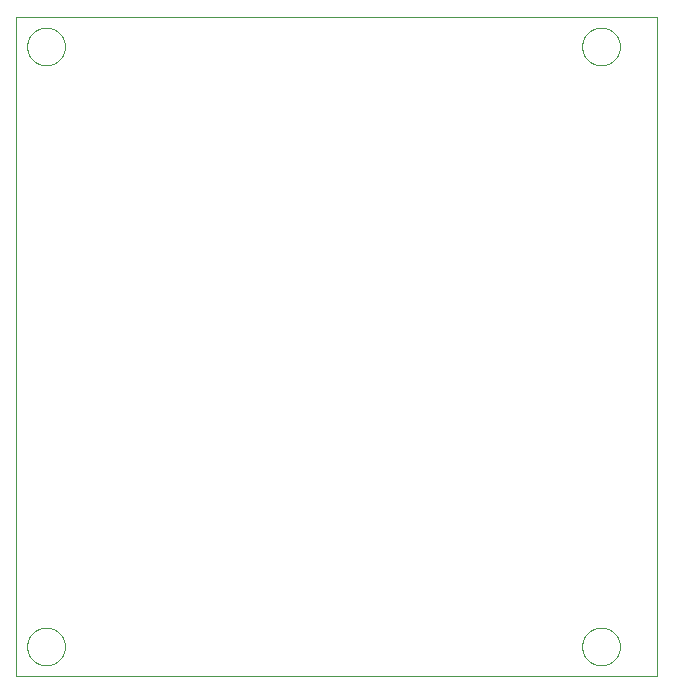
<source format=gko>
G75*
%MOIN*%
%OFA0B0*%
%FSLAX25Y25*%
%IPPOS*%
%LPD*%
%AMOC8*
5,1,8,0,0,1.08239X$1,22.5*
%
%ADD10C,0.00000*%
D10*
X0021800Y0016800D02*
X0021800Y0236761D01*
X0235501Y0236761D01*
X0235501Y0016800D01*
X0021800Y0016800D01*
X0025501Y0026800D02*
X0025503Y0026958D01*
X0025509Y0027116D01*
X0025519Y0027274D01*
X0025533Y0027432D01*
X0025551Y0027589D01*
X0025572Y0027746D01*
X0025598Y0027902D01*
X0025628Y0028058D01*
X0025661Y0028213D01*
X0025699Y0028366D01*
X0025740Y0028519D01*
X0025785Y0028671D01*
X0025834Y0028822D01*
X0025887Y0028971D01*
X0025943Y0029119D01*
X0026003Y0029265D01*
X0026067Y0029410D01*
X0026135Y0029553D01*
X0026206Y0029695D01*
X0026280Y0029835D01*
X0026358Y0029972D01*
X0026440Y0030108D01*
X0026524Y0030242D01*
X0026613Y0030373D01*
X0026704Y0030502D01*
X0026799Y0030629D01*
X0026896Y0030754D01*
X0026997Y0030876D01*
X0027101Y0030995D01*
X0027208Y0031112D01*
X0027318Y0031226D01*
X0027431Y0031337D01*
X0027546Y0031446D01*
X0027664Y0031551D01*
X0027785Y0031653D01*
X0027908Y0031753D01*
X0028034Y0031849D01*
X0028162Y0031942D01*
X0028292Y0032032D01*
X0028425Y0032118D01*
X0028560Y0032202D01*
X0028696Y0032281D01*
X0028835Y0032358D01*
X0028976Y0032430D01*
X0029118Y0032500D01*
X0029262Y0032565D01*
X0029408Y0032627D01*
X0029555Y0032685D01*
X0029704Y0032740D01*
X0029854Y0032791D01*
X0030005Y0032838D01*
X0030157Y0032881D01*
X0030310Y0032920D01*
X0030465Y0032956D01*
X0030620Y0032987D01*
X0030776Y0033015D01*
X0030932Y0033039D01*
X0031089Y0033059D01*
X0031247Y0033075D01*
X0031404Y0033087D01*
X0031563Y0033095D01*
X0031721Y0033099D01*
X0031879Y0033099D01*
X0032037Y0033095D01*
X0032196Y0033087D01*
X0032353Y0033075D01*
X0032511Y0033059D01*
X0032668Y0033039D01*
X0032824Y0033015D01*
X0032980Y0032987D01*
X0033135Y0032956D01*
X0033290Y0032920D01*
X0033443Y0032881D01*
X0033595Y0032838D01*
X0033746Y0032791D01*
X0033896Y0032740D01*
X0034045Y0032685D01*
X0034192Y0032627D01*
X0034338Y0032565D01*
X0034482Y0032500D01*
X0034624Y0032430D01*
X0034765Y0032358D01*
X0034904Y0032281D01*
X0035040Y0032202D01*
X0035175Y0032118D01*
X0035308Y0032032D01*
X0035438Y0031942D01*
X0035566Y0031849D01*
X0035692Y0031753D01*
X0035815Y0031653D01*
X0035936Y0031551D01*
X0036054Y0031446D01*
X0036169Y0031337D01*
X0036282Y0031226D01*
X0036392Y0031112D01*
X0036499Y0030995D01*
X0036603Y0030876D01*
X0036704Y0030754D01*
X0036801Y0030629D01*
X0036896Y0030502D01*
X0036987Y0030373D01*
X0037076Y0030242D01*
X0037160Y0030108D01*
X0037242Y0029972D01*
X0037320Y0029835D01*
X0037394Y0029695D01*
X0037465Y0029553D01*
X0037533Y0029410D01*
X0037597Y0029265D01*
X0037657Y0029119D01*
X0037713Y0028971D01*
X0037766Y0028822D01*
X0037815Y0028671D01*
X0037860Y0028519D01*
X0037901Y0028366D01*
X0037939Y0028213D01*
X0037972Y0028058D01*
X0038002Y0027902D01*
X0038028Y0027746D01*
X0038049Y0027589D01*
X0038067Y0027432D01*
X0038081Y0027274D01*
X0038091Y0027116D01*
X0038097Y0026958D01*
X0038099Y0026800D01*
X0038097Y0026642D01*
X0038091Y0026484D01*
X0038081Y0026326D01*
X0038067Y0026168D01*
X0038049Y0026011D01*
X0038028Y0025854D01*
X0038002Y0025698D01*
X0037972Y0025542D01*
X0037939Y0025387D01*
X0037901Y0025234D01*
X0037860Y0025081D01*
X0037815Y0024929D01*
X0037766Y0024778D01*
X0037713Y0024629D01*
X0037657Y0024481D01*
X0037597Y0024335D01*
X0037533Y0024190D01*
X0037465Y0024047D01*
X0037394Y0023905D01*
X0037320Y0023765D01*
X0037242Y0023628D01*
X0037160Y0023492D01*
X0037076Y0023358D01*
X0036987Y0023227D01*
X0036896Y0023098D01*
X0036801Y0022971D01*
X0036704Y0022846D01*
X0036603Y0022724D01*
X0036499Y0022605D01*
X0036392Y0022488D01*
X0036282Y0022374D01*
X0036169Y0022263D01*
X0036054Y0022154D01*
X0035936Y0022049D01*
X0035815Y0021947D01*
X0035692Y0021847D01*
X0035566Y0021751D01*
X0035438Y0021658D01*
X0035308Y0021568D01*
X0035175Y0021482D01*
X0035040Y0021398D01*
X0034904Y0021319D01*
X0034765Y0021242D01*
X0034624Y0021170D01*
X0034482Y0021100D01*
X0034338Y0021035D01*
X0034192Y0020973D01*
X0034045Y0020915D01*
X0033896Y0020860D01*
X0033746Y0020809D01*
X0033595Y0020762D01*
X0033443Y0020719D01*
X0033290Y0020680D01*
X0033135Y0020644D01*
X0032980Y0020613D01*
X0032824Y0020585D01*
X0032668Y0020561D01*
X0032511Y0020541D01*
X0032353Y0020525D01*
X0032196Y0020513D01*
X0032037Y0020505D01*
X0031879Y0020501D01*
X0031721Y0020501D01*
X0031563Y0020505D01*
X0031404Y0020513D01*
X0031247Y0020525D01*
X0031089Y0020541D01*
X0030932Y0020561D01*
X0030776Y0020585D01*
X0030620Y0020613D01*
X0030465Y0020644D01*
X0030310Y0020680D01*
X0030157Y0020719D01*
X0030005Y0020762D01*
X0029854Y0020809D01*
X0029704Y0020860D01*
X0029555Y0020915D01*
X0029408Y0020973D01*
X0029262Y0021035D01*
X0029118Y0021100D01*
X0028976Y0021170D01*
X0028835Y0021242D01*
X0028696Y0021319D01*
X0028560Y0021398D01*
X0028425Y0021482D01*
X0028292Y0021568D01*
X0028162Y0021658D01*
X0028034Y0021751D01*
X0027908Y0021847D01*
X0027785Y0021947D01*
X0027664Y0022049D01*
X0027546Y0022154D01*
X0027431Y0022263D01*
X0027318Y0022374D01*
X0027208Y0022488D01*
X0027101Y0022605D01*
X0026997Y0022724D01*
X0026896Y0022846D01*
X0026799Y0022971D01*
X0026704Y0023098D01*
X0026613Y0023227D01*
X0026524Y0023358D01*
X0026440Y0023492D01*
X0026358Y0023628D01*
X0026280Y0023765D01*
X0026206Y0023905D01*
X0026135Y0024047D01*
X0026067Y0024190D01*
X0026003Y0024335D01*
X0025943Y0024481D01*
X0025887Y0024629D01*
X0025834Y0024778D01*
X0025785Y0024929D01*
X0025740Y0025081D01*
X0025699Y0025234D01*
X0025661Y0025387D01*
X0025628Y0025542D01*
X0025598Y0025698D01*
X0025572Y0025854D01*
X0025551Y0026011D01*
X0025533Y0026168D01*
X0025519Y0026326D01*
X0025509Y0026484D01*
X0025503Y0026642D01*
X0025501Y0026800D01*
X0210501Y0026800D02*
X0210503Y0026958D01*
X0210509Y0027116D01*
X0210519Y0027274D01*
X0210533Y0027432D01*
X0210551Y0027589D01*
X0210572Y0027746D01*
X0210598Y0027902D01*
X0210628Y0028058D01*
X0210661Y0028213D01*
X0210699Y0028366D01*
X0210740Y0028519D01*
X0210785Y0028671D01*
X0210834Y0028822D01*
X0210887Y0028971D01*
X0210943Y0029119D01*
X0211003Y0029265D01*
X0211067Y0029410D01*
X0211135Y0029553D01*
X0211206Y0029695D01*
X0211280Y0029835D01*
X0211358Y0029972D01*
X0211440Y0030108D01*
X0211524Y0030242D01*
X0211613Y0030373D01*
X0211704Y0030502D01*
X0211799Y0030629D01*
X0211896Y0030754D01*
X0211997Y0030876D01*
X0212101Y0030995D01*
X0212208Y0031112D01*
X0212318Y0031226D01*
X0212431Y0031337D01*
X0212546Y0031446D01*
X0212664Y0031551D01*
X0212785Y0031653D01*
X0212908Y0031753D01*
X0213034Y0031849D01*
X0213162Y0031942D01*
X0213292Y0032032D01*
X0213425Y0032118D01*
X0213560Y0032202D01*
X0213696Y0032281D01*
X0213835Y0032358D01*
X0213976Y0032430D01*
X0214118Y0032500D01*
X0214262Y0032565D01*
X0214408Y0032627D01*
X0214555Y0032685D01*
X0214704Y0032740D01*
X0214854Y0032791D01*
X0215005Y0032838D01*
X0215157Y0032881D01*
X0215310Y0032920D01*
X0215465Y0032956D01*
X0215620Y0032987D01*
X0215776Y0033015D01*
X0215932Y0033039D01*
X0216089Y0033059D01*
X0216247Y0033075D01*
X0216404Y0033087D01*
X0216563Y0033095D01*
X0216721Y0033099D01*
X0216879Y0033099D01*
X0217037Y0033095D01*
X0217196Y0033087D01*
X0217353Y0033075D01*
X0217511Y0033059D01*
X0217668Y0033039D01*
X0217824Y0033015D01*
X0217980Y0032987D01*
X0218135Y0032956D01*
X0218290Y0032920D01*
X0218443Y0032881D01*
X0218595Y0032838D01*
X0218746Y0032791D01*
X0218896Y0032740D01*
X0219045Y0032685D01*
X0219192Y0032627D01*
X0219338Y0032565D01*
X0219482Y0032500D01*
X0219624Y0032430D01*
X0219765Y0032358D01*
X0219904Y0032281D01*
X0220040Y0032202D01*
X0220175Y0032118D01*
X0220308Y0032032D01*
X0220438Y0031942D01*
X0220566Y0031849D01*
X0220692Y0031753D01*
X0220815Y0031653D01*
X0220936Y0031551D01*
X0221054Y0031446D01*
X0221169Y0031337D01*
X0221282Y0031226D01*
X0221392Y0031112D01*
X0221499Y0030995D01*
X0221603Y0030876D01*
X0221704Y0030754D01*
X0221801Y0030629D01*
X0221896Y0030502D01*
X0221987Y0030373D01*
X0222076Y0030242D01*
X0222160Y0030108D01*
X0222242Y0029972D01*
X0222320Y0029835D01*
X0222394Y0029695D01*
X0222465Y0029553D01*
X0222533Y0029410D01*
X0222597Y0029265D01*
X0222657Y0029119D01*
X0222713Y0028971D01*
X0222766Y0028822D01*
X0222815Y0028671D01*
X0222860Y0028519D01*
X0222901Y0028366D01*
X0222939Y0028213D01*
X0222972Y0028058D01*
X0223002Y0027902D01*
X0223028Y0027746D01*
X0223049Y0027589D01*
X0223067Y0027432D01*
X0223081Y0027274D01*
X0223091Y0027116D01*
X0223097Y0026958D01*
X0223099Y0026800D01*
X0223097Y0026642D01*
X0223091Y0026484D01*
X0223081Y0026326D01*
X0223067Y0026168D01*
X0223049Y0026011D01*
X0223028Y0025854D01*
X0223002Y0025698D01*
X0222972Y0025542D01*
X0222939Y0025387D01*
X0222901Y0025234D01*
X0222860Y0025081D01*
X0222815Y0024929D01*
X0222766Y0024778D01*
X0222713Y0024629D01*
X0222657Y0024481D01*
X0222597Y0024335D01*
X0222533Y0024190D01*
X0222465Y0024047D01*
X0222394Y0023905D01*
X0222320Y0023765D01*
X0222242Y0023628D01*
X0222160Y0023492D01*
X0222076Y0023358D01*
X0221987Y0023227D01*
X0221896Y0023098D01*
X0221801Y0022971D01*
X0221704Y0022846D01*
X0221603Y0022724D01*
X0221499Y0022605D01*
X0221392Y0022488D01*
X0221282Y0022374D01*
X0221169Y0022263D01*
X0221054Y0022154D01*
X0220936Y0022049D01*
X0220815Y0021947D01*
X0220692Y0021847D01*
X0220566Y0021751D01*
X0220438Y0021658D01*
X0220308Y0021568D01*
X0220175Y0021482D01*
X0220040Y0021398D01*
X0219904Y0021319D01*
X0219765Y0021242D01*
X0219624Y0021170D01*
X0219482Y0021100D01*
X0219338Y0021035D01*
X0219192Y0020973D01*
X0219045Y0020915D01*
X0218896Y0020860D01*
X0218746Y0020809D01*
X0218595Y0020762D01*
X0218443Y0020719D01*
X0218290Y0020680D01*
X0218135Y0020644D01*
X0217980Y0020613D01*
X0217824Y0020585D01*
X0217668Y0020561D01*
X0217511Y0020541D01*
X0217353Y0020525D01*
X0217196Y0020513D01*
X0217037Y0020505D01*
X0216879Y0020501D01*
X0216721Y0020501D01*
X0216563Y0020505D01*
X0216404Y0020513D01*
X0216247Y0020525D01*
X0216089Y0020541D01*
X0215932Y0020561D01*
X0215776Y0020585D01*
X0215620Y0020613D01*
X0215465Y0020644D01*
X0215310Y0020680D01*
X0215157Y0020719D01*
X0215005Y0020762D01*
X0214854Y0020809D01*
X0214704Y0020860D01*
X0214555Y0020915D01*
X0214408Y0020973D01*
X0214262Y0021035D01*
X0214118Y0021100D01*
X0213976Y0021170D01*
X0213835Y0021242D01*
X0213696Y0021319D01*
X0213560Y0021398D01*
X0213425Y0021482D01*
X0213292Y0021568D01*
X0213162Y0021658D01*
X0213034Y0021751D01*
X0212908Y0021847D01*
X0212785Y0021947D01*
X0212664Y0022049D01*
X0212546Y0022154D01*
X0212431Y0022263D01*
X0212318Y0022374D01*
X0212208Y0022488D01*
X0212101Y0022605D01*
X0211997Y0022724D01*
X0211896Y0022846D01*
X0211799Y0022971D01*
X0211704Y0023098D01*
X0211613Y0023227D01*
X0211524Y0023358D01*
X0211440Y0023492D01*
X0211358Y0023628D01*
X0211280Y0023765D01*
X0211206Y0023905D01*
X0211135Y0024047D01*
X0211067Y0024190D01*
X0211003Y0024335D01*
X0210943Y0024481D01*
X0210887Y0024629D01*
X0210834Y0024778D01*
X0210785Y0024929D01*
X0210740Y0025081D01*
X0210699Y0025234D01*
X0210661Y0025387D01*
X0210628Y0025542D01*
X0210598Y0025698D01*
X0210572Y0025854D01*
X0210551Y0026011D01*
X0210533Y0026168D01*
X0210519Y0026326D01*
X0210509Y0026484D01*
X0210503Y0026642D01*
X0210501Y0026800D01*
X0210501Y0226800D02*
X0210503Y0226958D01*
X0210509Y0227116D01*
X0210519Y0227274D01*
X0210533Y0227432D01*
X0210551Y0227589D01*
X0210572Y0227746D01*
X0210598Y0227902D01*
X0210628Y0228058D01*
X0210661Y0228213D01*
X0210699Y0228366D01*
X0210740Y0228519D01*
X0210785Y0228671D01*
X0210834Y0228822D01*
X0210887Y0228971D01*
X0210943Y0229119D01*
X0211003Y0229265D01*
X0211067Y0229410D01*
X0211135Y0229553D01*
X0211206Y0229695D01*
X0211280Y0229835D01*
X0211358Y0229972D01*
X0211440Y0230108D01*
X0211524Y0230242D01*
X0211613Y0230373D01*
X0211704Y0230502D01*
X0211799Y0230629D01*
X0211896Y0230754D01*
X0211997Y0230876D01*
X0212101Y0230995D01*
X0212208Y0231112D01*
X0212318Y0231226D01*
X0212431Y0231337D01*
X0212546Y0231446D01*
X0212664Y0231551D01*
X0212785Y0231653D01*
X0212908Y0231753D01*
X0213034Y0231849D01*
X0213162Y0231942D01*
X0213292Y0232032D01*
X0213425Y0232118D01*
X0213560Y0232202D01*
X0213696Y0232281D01*
X0213835Y0232358D01*
X0213976Y0232430D01*
X0214118Y0232500D01*
X0214262Y0232565D01*
X0214408Y0232627D01*
X0214555Y0232685D01*
X0214704Y0232740D01*
X0214854Y0232791D01*
X0215005Y0232838D01*
X0215157Y0232881D01*
X0215310Y0232920D01*
X0215465Y0232956D01*
X0215620Y0232987D01*
X0215776Y0233015D01*
X0215932Y0233039D01*
X0216089Y0233059D01*
X0216247Y0233075D01*
X0216404Y0233087D01*
X0216563Y0233095D01*
X0216721Y0233099D01*
X0216879Y0233099D01*
X0217037Y0233095D01*
X0217196Y0233087D01*
X0217353Y0233075D01*
X0217511Y0233059D01*
X0217668Y0233039D01*
X0217824Y0233015D01*
X0217980Y0232987D01*
X0218135Y0232956D01*
X0218290Y0232920D01*
X0218443Y0232881D01*
X0218595Y0232838D01*
X0218746Y0232791D01*
X0218896Y0232740D01*
X0219045Y0232685D01*
X0219192Y0232627D01*
X0219338Y0232565D01*
X0219482Y0232500D01*
X0219624Y0232430D01*
X0219765Y0232358D01*
X0219904Y0232281D01*
X0220040Y0232202D01*
X0220175Y0232118D01*
X0220308Y0232032D01*
X0220438Y0231942D01*
X0220566Y0231849D01*
X0220692Y0231753D01*
X0220815Y0231653D01*
X0220936Y0231551D01*
X0221054Y0231446D01*
X0221169Y0231337D01*
X0221282Y0231226D01*
X0221392Y0231112D01*
X0221499Y0230995D01*
X0221603Y0230876D01*
X0221704Y0230754D01*
X0221801Y0230629D01*
X0221896Y0230502D01*
X0221987Y0230373D01*
X0222076Y0230242D01*
X0222160Y0230108D01*
X0222242Y0229972D01*
X0222320Y0229835D01*
X0222394Y0229695D01*
X0222465Y0229553D01*
X0222533Y0229410D01*
X0222597Y0229265D01*
X0222657Y0229119D01*
X0222713Y0228971D01*
X0222766Y0228822D01*
X0222815Y0228671D01*
X0222860Y0228519D01*
X0222901Y0228366D01*
X0222939Y0228213D01*
X0222972Y0228058D01*
X0223002Y0227902D01*
X0223028Y0227746D01*
X0223049Y0227589D01*
X0223067Y0227432D01*
X0223081Y0227274D01*
X0223091Y0227116D01*
X0223097Y0226958D01*
X0223099Y0226800D01*
X0223097Y0226642D01*
X0223091Y0226484D01*
X0223081Y0226326D01*
X0223067Y0226168D01*
X0223049Y0226011D01*
X0223028Y0225854D01*
X0223002Y0225698D01*
X0222972Y0225542D01*
X0222939Y0225387D01*
X0222901Y0225234D01*
X0222860Y0225081D01*
X0222815Y0224929D01*
X0222766Y0224778D01*
X0222713Y0224629D01*
X0222657Y0224481D01*
X0222597Y0224335D01*
X0222533Y0224190D01*
X0222465Y0224047D01*
X0222394Y0223905D01*
X0222320Y0223765D01*
X0222242Y0223628D01*
X0222160Y0223492D01*
X0222076Y0223358D01*
X0221987Y0223227D01*
X0221896Y0223098D01*
X0221801Y0222971D01*
X0221704Y0222846D01*
X0221603Y0222724D01*
X0221499Y0222605D01*
X0221392Y0222488D01*
X0221282Y0222374D01*
X0221169Y0222263D01*
X0221054Y0222154D01*
X0220936Y0222049D01*
X0220815Y0221947D01*
X0220692Y0221847D01*
X0220566Y0221751D01*
X0220438Y0221658D01*
X0220308Y0221568D01*
X0220175Y0221482D01*
X0220040Y0221398D01*
X0219904Y0221319D01*
X0219765Y0221242D01*
X0219624Y0221170D01*
X0219482Y0221100D01*
X0219338Y0221035D01*
X0219192Y0220973D01*
X0219045Y0220915D01*
X0218896Y0220860D01*
X0218746Y0220809D01*
X0218595Y0220762D01*
X0218443Y0220719D01*
X0218290Y0220680D01*
X0218135Y0220644D01*
X0217980Y0220613D01*
X0217824Y0220585D01*
X0217668Y0220561D01*
X0217511Y0220541D01*
X0217353Y0220525D01*
X0217196Y0220513D01*
X0217037Y0220505D01*
X0216879Y0220501D01*
X0216721Y0220501D01*
X0216563Y0220505D01*
X0216404Y0220513D01*
X0216247Y0220525D01*
X0216089Y0220541D01*
X0215932Y0220561D01*
X0215776Y0220585D01*
X0215620Y0220613D01*
X0215465Y0220644D01*
X0215310Y0220680D01*
X0215157Y0220719D01*
X0215005Y0220762D01*
X0214854Y0220809D01*
X0214704Y0220860D01*
X0214555Y0220915D01*
X0214408Y0220973D01*
X0214262Y0221035D01*
X0214118Y0221100D01*
X0213976Y0221170D01*
X0213835Y0221242D01*
X0213696Y0221319D01*
X0213560Y0221398D01*
X0213425Y0221482D01*
X0213292Y0221568D01*
X0213162Y0221658D01*
X0213034Y0221751D01*
X0212908Y0221847D01*
X0212785Y0221947D01*
X0212664Y0222049D01*
X0212546Y0222154D01*
X0212431Y0222263D01*
X0212318Y0222374D01*
X0212208Y0222488D01*
X0212101Y0222605D01*
X0211997Y0222724D01*
X0211896Y0222846D01*
X0211799Y0222971D01*
X0211704Y0223098D01*
X0211613Y0223227D01*
X0211524Y0223358D01*
X0211440Y0223492D01*
X0211358Y0223628D01*
X0211280Y0223765D01*
X0211206Y0223905D01*
X0211135Y0224047D01*
X0211067Y0224190D01*
X0211003Y0224335D01*
X0210943Y0224481D01*
X0210887Y0224629D01*
X0210834Y0224778D01*
X0210785Y0224929D01*
X0210740Y0225081D01*
X0210699Y0225234D01*
X0210661Y0225387D01*
X0210628Y0225542D01*
X0210598Y0225698D01*
X0210572Y0225854D01*
X0210551Y0226011D01*
X0210533Y0226168D01*
X0210519Y0226326D01*
X0210509Y0226484D01*
X0210503Y0226642D01*
X0210501Y0226800D01*
X0025501Y0226800D02*
X0025503Y0226958D01*
X0025509Y0227116D01*
X0025519Y0227274D01*
X0025533Y0227432D01*
X0025551Y0227589D01*
X0025572Y0227746D01*
X0025598Y0227902D01*
X0025628Y0228058D01*
X0025661Y0228213D01*
X0025699Y0228366D01*
X0025740Y0228519D01*
X0025785Y0228671D01*
X0025834Y0228822D01*
X0025887Y0228971D01*
X0025943Y0229119D01*
X0026003Y0229265D01*
X0026067Y0229410D01*
X0026135Y0229553D01*
X0026206Y0229695D01*
X0026280Y0229835D01*
X0026358Y0229972D01*
X0026440Y0230108D01*
X0026524Y0230242D01*
X0026613Y0230373D01*
X0026704Y0230502D01*
X0026799Y0230629D01*
X0026896Y0230754D01*
X0026997Y0230876D01*
X0027101Y0230995D01*
X0027208Y0231112D01*
X0027318Y0231226D01*
X0027431Y0231337D01*
X0027546Y0231446D01*
X0027664Y0231551D01*
X0027785Y0231653D01*
X0027908Y0231753D01*
X0028034Y0231849D01*
X0028162Y0231942D01*
X0028292Y0232032D01*
X0028425Y0232118D01*
X0028560Y0232202D01*
X0028696Y0232281D01*
X0028835Y0232358D01*
X0028976Y0232430D01*
X0029118Y0232500D01*
X0029262Y0232565D01*
X0029408Y0232627D01*
X0029555Y0232685D01*
X0029704Y0232740D01*
X0029854Y0232791D01*
X0030005Y0232838D01*
X0030157Y0232881D01*
X0030310Y0232920D01*
X0030465Y0232956D01*
X0030620Y0232987D01*
X0030776Y0233015D01*
X0030932Y0233039D01*
X0031089Y0233059D01*
X0031247Y0233075D01*
X0031404Y0233087D01*
X0031563Y0233095D01*
X0031721Y0233099D01*
X0031879Y0233099D01*
X0032037Y0233095D01*
X0032196Y0233087D01*
X0032353Y0233075D01*
X0032511Y0233059D01*
X0032668Y0233039D01*
X0032824Y0233015D01*
X0032980Y0232987D01*
X0033135Y0232956D01*
X0033290Y0232920D01*
X0033443Y0232881D01*
X0033595Y0232838D01*
X0033746Y0232791D01*
X0033896Y0232740D01*
X0034045Y0232685D01*
X0034192Y0232627D01*
X0034338Y0232565D01*
X0034482Y0232500D01*
X0034624Y0232430D01*
X0034765Y0232358D01*
X0034904Y0232281D01*
X0035040Y0232202D01*
X0035175Y0232118D01*
X0035308Y0232032D01*
X0035438Y0231942D01*
X0035566Y0231849D01*
X0035692Y0231753D01*
X0035815Y0231653D01*
X0035936Y0231551D01*
X0036054Y0231446D01*
X0036169Y0231337D01*
X0036282Y0231226D01*
X0036392Y0231112D01*
X0036499Y0230995D01*
X0036603Y0230876D01*
X0036704Y0230754D01*
X0036801Y0230629D01*
X0036896Y0230502D01*
X0036987Y0230373D01*
X0037076Y0230242D01*
X0037160Y0230108D01*
X0037242Y0229972D01*
X0037320Y0229835D01*
X0037394Y0229695D01*
X0037465Y0229553D01*
X0037533Y0229410D01*
X0037597Y0229265D01*
X0037657Y0229119D01*
X0037713Y0228971D01*
X0037766Y0228822D01*
X0037815Y0228671D01*
X0037860Y0228519D01*
X0037901Y0228366D01*
X0037939Y0228213D01*
X0037972Y0228058D01*
X0038002Y0227902D01*
X0038028Y0227746D01*
X0038049Y0227589D01*
X0038067Y0227432D01*
X0038081Y0227274D01*
X0038091Y0227116D01*
X0038097Y0226958D01*
X0038099Y0226800D01*
X0038097Y0226642D01*
X0038091Y0226484D01*
X0038081Y0226326D01*
X0038067Y0226168D01*
X0038049Y0226011D01*
X0038028Y0225854D01*
X0038002Y0225698D01*
X0037972Y0225542D01*
X0037939Y0225387D01*
X0037901Y0225234D01*
X0037860Y0225081D01*
X0037815Y0224929D01*
X0037766Y0224778D01*
X0037713Y0224629D01*
X0037657Y0224481D01*
X0037597Y0224335D01*
X0037533Y0224190D01*
X0037465Y0224047D01*
X0037394Y0223905D01*
X0037320Y0223765D01*
X0037242Y0223628D01*
X0037160Y0223492D01*
X0037076Y0223358D01*
X0036987Y0223227D01*
X0036896Y0223098D01*
X0036801Y0222971D01*
X0036704Y0222846D01*
X0036603Y0222724D01*
X0036499Y0222605D01*
X0036392Y0222488D01*
X0036282Y0222374D01*
X0036169Y0222263D01*
X0036054Y0222154D01*
X0035936Y0222049D01*
X0035815Y0221947D01*
X0035692Y0221847D01*
X0035566Y0221751D01*
X0035438Y0221658D01*
X0035308Y0221568D01*
X0035175Y0221482D01*
X0035040Y0221398D01*
X0034904Y0221319D01*
X0034765Y0221242D01*
X0034624Y0221170D01*
X0034482Y0221100D01*
X0034338Y0221035D01*
X0034192Y0220973D01*
X0034045Y0220915D01*
X0033896Y0220860D01*
X0033746Y0220809D01*
X0033595Y0220762D01*
X0033443Y0220719D01*
X0033290Y0220680D01*
X0033135Y0220644D01*
X0032980Y0220613D01*
X0032824Y0220585D01*
X0032668Y0220561D01*
X0032511Y0220541D01*
X0032353Y0220525D01*
X0032196Y0220513D01*
X0032037Y0220505D01*
X0031879Y0220501D01*
X0031721Y0220501D01*
X0031563Y0220505D01*
X0031404Y0220513D01*
X0031247Y0220525D01*
X0031089Y0220541D01*
X0030932Y0220561D01*
X0030776Y0220585D01*
X0030620Y0220613D01*
X0030465Y0220644D01*
X0030310Y0220680D01*
X0030157Y0220719D01*
X0030005Y0220762D01*
X0029854Y0220809D01*
X0029704Y0220860D01*
X0029555Y0220915D01*
X0029408Y0220973D01*
X0029262Y0221035D01*
X0029118Y0221100D01*
X0028976Y0221170D01*
X0028835Y0221242D01*
X0028696Y0221319D01*
X0028560Y0221398D01*
X0028425Y0221482D01*
X0028292Y0221568D01*
X0028162Y0221658D01*
X0028034Y0221751D01*
X0027908Y0221847D01*
X0027785Y0221947D01*
X0027664Y0222049D01*
X0027546Y0222154D01*
X0027431Y0222263D01*
X0027318Y0222374D01*
X0027208Y0222488D01*
X0027101Y0222605D01*
X0026997Y0222724D01*
X0026896Y0222846D01*
X0026799Y0222971D01*
X0026704Y0223098D01*
X0026613Y0223227D01*
X0026524Y0223358D01*
X0026440Y0223492D01*
X0026358Y0223628D01*
X0026280Y0223765D01*
X0026206Y0223905D01*
X0026135Y0224047D01*
X0026067Y0224190D01*
X0026003Y0224335D01*
X0025943Y0224481D01*
X0025887Y0224629D01*
X0025834Y0224778D01*
X0025785Y0224929D01*
X0025740Y0225081D01*
X0025699Y0225234D01*
X0025661Y0225387D01*
X0025628Y0225542D01*
X0025598Y0225698D01*
X0025572Y0225854D01*
X0025551Y0226011D01*
X0025533Y0226168D01*
X0025519Y0226326D01*
X0025509Y0226484D01*
X0025503Y0226642D01*
X0025501Y0226800D01*
M02*

</source>
